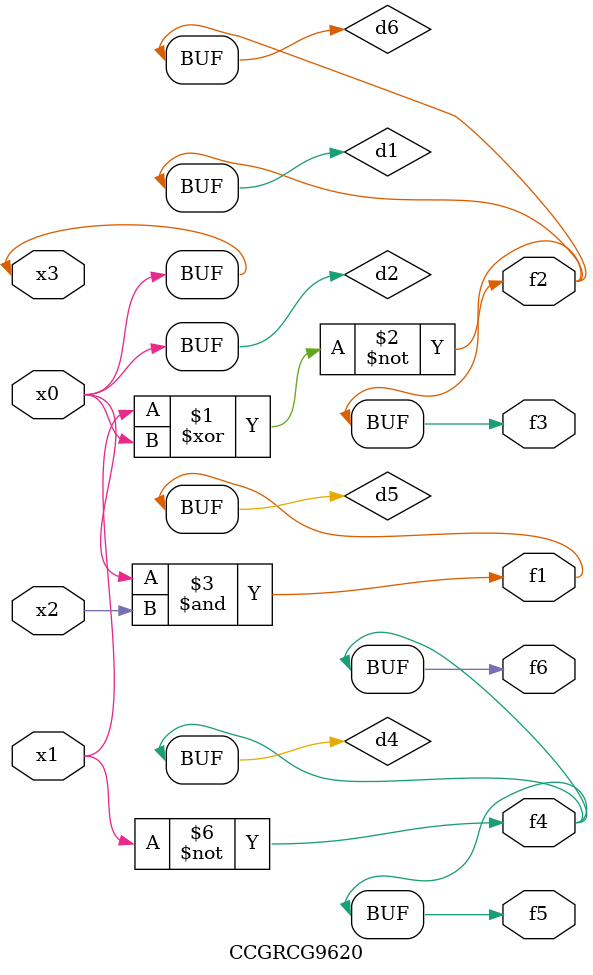
<source format=v>
module CCGRCG9620(
	input x0, x1, x2, x3,
	output f1, f2, f3, f4, f5, f6
);

	wire d1, d2, d3, d4, d5, d6;

	xnor (d1, x1, x3);
	buf (d2, x0, x3);
	nand (d3, x0, x2);
	not (d4, x1);
	nand (d5, d3);
	or (d6, d1);
	assign f1 = d5;
	assign f2 = d6;
	assign f3 = d6;
	assign f4 = d4;
	assign f5 = d4;
	assign f6 = d4;
endmodule

</source>
